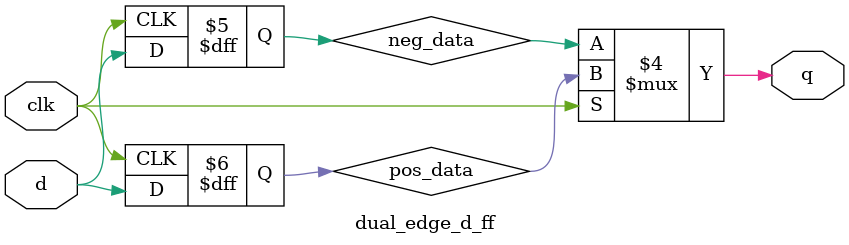
<source format=sv>
module dual_edge_d_ff (
    input wire clk,
    input wire d,
    output reg q
);
    reg pos_data, neg_data;
    
    always @(posedge clk) begin
        pos_data <= d;
    end
    
    always @(negedge clk) begin
        neg_data <= d;
    end
    
    always @(*) begin
        q = clk ? pos_data : neg_data;
    end
endmodule
</source>
